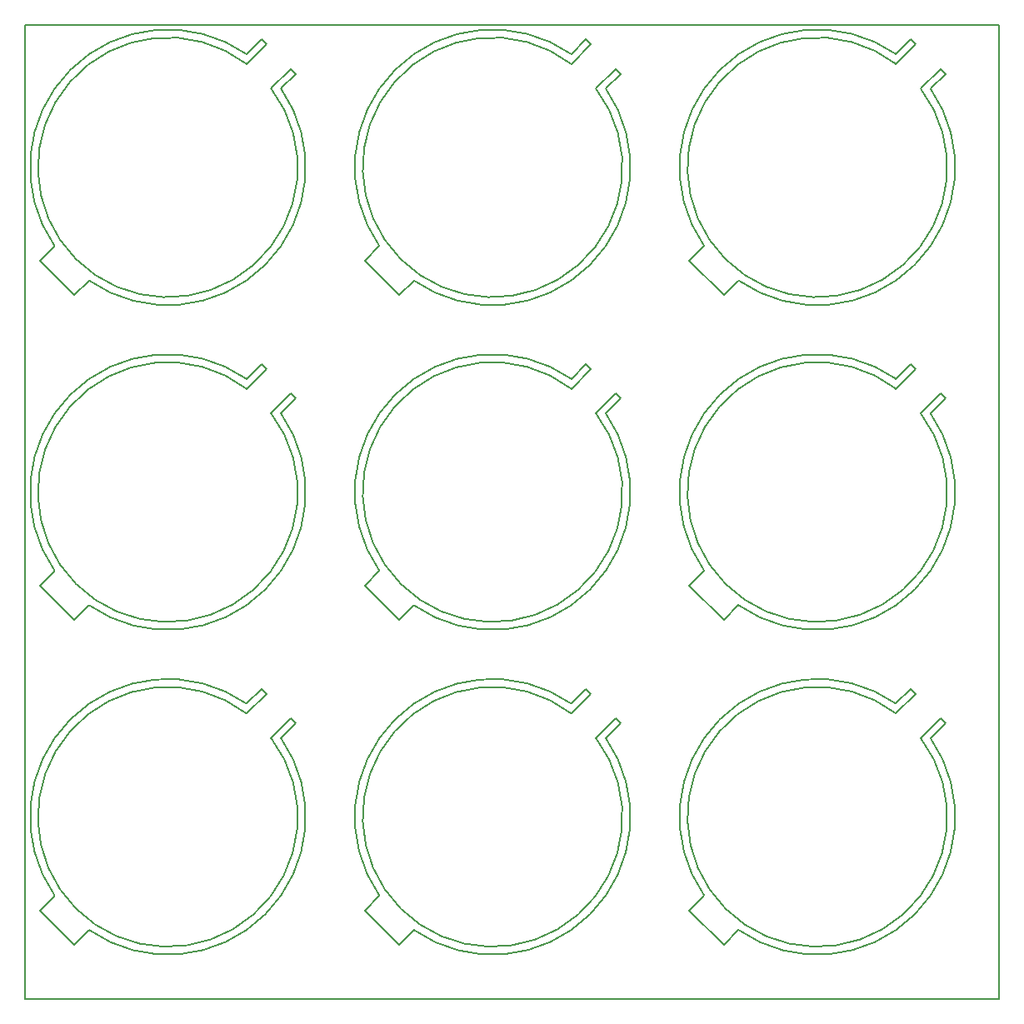
<source format=gbr>
G04 #@! TF.FileFunction,Profile,NP*
%FSLAX46Y46*%
G04 Gerber Fmt 4.6, Leading zero omitted, Abs format (unit mm)*
G04 Created by KiCad (PCBNEW 4.0.6) date 07/06/17 20:51:38*
%MOMM*%
%LPD*%
G01*
G04 APERTURE LIST*
%ADD10C,0.100000*%
%ADD11C,0.150000*%
G04 APERTURE END LIST*
D10*
D11*
X68000000Y-101500000D02*
X68500000Y-102000000D01*
X65000000Y-98500000D02*
X65500000Y-99000000D01*
X68500000Y-102000000D02*
X67000000Y-103500000D01*
X66000000Y-103500000D02*
X68000000Y-101500000D01*
X47500000Y-123000000D02*
G75*
G03X67000000Y-103500000I8000000J11500000D01*
G01*
X65500000Y-99000000D02*
X63500000Y-101000000D01*
X63500000Y-100000000D02*
X65000000Y-98500000D01*
X63500000Y-101000000D02*
G75*
G03X66000000Y-103500000I-8000000J-10500000D01*
G01*
X46000000Y-124500000D02*
X42500000Y-121000000D01*
X42500000Y-121000000D02*
X44000000Y-119500000D01*
X63500000Y-100000000D02*
G75*
G03X44000000Y-119500000I-8000000J-11500000D01*
G01*
X47500000Y-123000000D02*
X46000000Y-124500000D01*
X68000000Y-68500000D02*
X68500000Y-69000000D01*
X65000000Y-65500000D02*
X65500000Y-66000000D01*
X68500000Y-69000000D02*
X67000000Y-70500000D01*
X66000000Y-70500000D02*
X68000000Y-68500000D01*
X47500000Y-90000000D02*
G75*
G03X67000000Y-70500000I8000000J11500000D01*
G01*
X65500000Y-66000000D02*
X63500000Y-68000000D01*
X63500000Y-67000000D02*
X65000000Y-65500000D01*
X63500000Y-68000000D02*
G75*
G03X66000000Y-70500000I-8000000J-10500000D01*
G01*
X46000000Y-91500000D02*
X42500000Y-88000000D01*
X42500000Y-88000000D02*
X44000000Y-86500000D01*
X63500000Y-67000000D02*
G75*
G03X44000000Y-86500000I-8000000J-11500000D01*
G01*
X47500000Y-90000000D02*
X46000000Y-91500000D01*
X68000000Y-35500000D02*
X68500000Y-36000000D01*
X65000000Y-32500000D02*
X65500000Y-33000000D01*
X68500000Y-36000000D02*
X67000000Y-37500000D01*
X66000000Y-37500000D02*
X68000000Y-35500000D01*
X47500000Y-57000000D02*
G75*
G03X67000000Y-37500000I8000000J11500000D01*
G01*
X65500000Y-33000000D02*
X63500000Y-35000000D01*
X63500000Y-34000000D02*
X65000000Y-32500000D01*
X63500000Y-35000000D02*
G75*
G03X66000000Y-37500000I-8000000J-10500000D01*
G01*
X46000000Y-58500000D02*
X42500000Y-55000000D01*
X42500000Y-55000000D02*
X44000000Y-53500000D01*
X63500000Y-34000000D02*
G75*
G03X44000000Y-53500000I-8000000J-11500000D01*
G01*
X47500000Y-57000000D02*
X46000000Y-58500000D01*
X101000000Y-35500000D02*
X101500000Y-36000000D01*
X98000000Y-32500000D02*
X98500000Y-33000000D01*
X101500000Y-36000000D02*
X100000000Y-37500000D01*
X99000000Y-37500000D02*
X101000000Y-35500000D01*
X80500000Y-57000000D02*
G75*
G03X100000000Y-37500000I8000000J11500000D01*
G01*
X98500000Y-33000000D02*
X96500000Y-35000000D01*
X96500000Y-34000000D02*
X98000000Y-32500000D01*
X96500000Y-35000000D02*
G75*
G03X99000000Y-37500000I-8000000J-10500000D01*
G01*
X79000000Y-58500000D02*
X75500000Y-55000000D01*
X75500000Y-55000000D02*
X77000000Y-53500000D01*
X96500000Y-34000000D02*
G75*
G03X77000000Y-53500000I-8000000J-11500000D01*
G01*
X80500000Y-57000000D02*
X79000000Y-58500000D01*
X101000000Y-68500000D02*
X101500000Y-69000000D01*
X98000000Y-65500000D02*
X98500000Y-66000000D01*
X101500000Y-69000000D02*
X100000000Y-70500000D01*
X99000000Y-70500000D02*
X101000000Y-68500000D01*
X80500000Y-90000000D02*
G75*
G03X100000000Y-70500000I8000000J11500000D01*
G01*
X98500000Y-66000000D02*
X96500000Y-68000000D01*
X96500000Y-67000000D02*
X98000000Y-65500000D01*
X96500000Y-68000000D02*
G75*
G03X99000000Y-70500000I-8000000J-10500000D01*
G01*
X79000000Y-91500000D02*
X75500000Y-88000000D01*
X75500000Y-88000000D02*
X77000000Y-86500000D01*
X96500000Y-67000000D02*
G75*
G03X77000000Y-86500000I-8000000J-11500000D01*
G01*
X80500000Y-90000000D02*
X79000000Y-91500000D01*
X101000000Y-101500000D02*
X101500000Y-102000000D01*
X98000000Y-98500000D02*
X98500000Y-99000000D01*
X101500000Y-102000000D02*
X100000000Y-103500000D01*
X99000000Y-103500000D02*
X101000000Y-101500000D01*
X80500000Y-123000000D02*
G75*
G03X100000000Y-103500000I8000000J11500000D01*
G01*
X98500000Y-99000000D02*
X96500000Y-101000000D01*
X96500000Y-100000000D02*
X98000000Y-98500000D01*
X96500000Y-101000000D02*
G75*
G03X99000000Y-103500000I-8000000J-10500000D01*
G01*
X79000000Y-124500000D02*
X75500000Y-121000000D01*
X75500000Y-121000000D02*
X77000000Y-119500000D01*
X96500000Y-100000000D02*
G75*
G03X77000000Y-119500000I-8000000J-11500000D01*
G01*
X80500000Y-123000000D02*
X79000000Y-124500000D01*
X134000000Y-101500000D02*
X134500000Y-102000000D01*
X131000000Y-98500000D02*
X131500000Y-99000000D01*
X134500000Y-102000000D02*
X133000000Y-103500000D01*
X132000000Y-103500000D02*
X134000000Y-101500000D01*
X113500000Y-123000000D02*
G75*
G03X133000000Y-103500000I8000000J11500000D01*
G01*
X131500000Y-99000000D02*
X129500000Y-101000000D01*
X129500000Y-100000000D02*
X131000000Y-98500000D01*
X129500000Y-101000000D02*
G75*
G03X132000000Y-103500000I-8000000J-10500000D01*
G01*
X112000000Y-124500000D02*
X108500000Y-121000000D01*
X108500000Y-121000000D02*
X110000000Y-119500000D01*
X129500000Y-100000000D02*
G75*
G03X110000000Y-119500000I-8000000J-11500000D01*
G01*
X113500000Y-123000000D02*
X112000000Y-124500000D01*
X134000000Y-68500000D02*
X134500000Y-69000000D01*
X131000000Y-65500000D02*
X131500000Y-66000000D01*
X134500000Y-69000000D02*
X133000000Y-70500000D01*
X132000000Y-70500000D02*
X134000000Y-68500000D01*
X113500000Y-90000000D02*
G75*
G03X133000000Y-70500000I8000000J11500000D01*
G01*
X131500000Y-66000000D02*
X129500000Y-68000000D01*
X129500000Y-67000000D02*
X131000000Y-65500000D01*
X129500000Y-68000000D02*
G75*
G03X132000000Y-70500000I-8000000J-10500000D01*
G01*
X112000000Y-91500000D02*
X108500000Y-88000000D01*
X108500000Y-88000000D02*
X110000000Y-86500000D01*
X129500000Y-67000000D02*
G75*
G03X110000000Y-86500000I-8000000J-11500000D01*
G01*
X113500000Y-90000000D02*
X112000000Y-91500000D01*
X129500000Y-35000000D02*
G75*
G03X132000000Y-37500000I-8000000J-10500000D01*
G01*
X134500000Y-36000000D02*
X133000000Y-37500000D01*
X131000000Y-32500000D02*
X131500000Y-33000000D01*
X134000000Y-35500000D02*
X134500000Y-36000000D01*
X132000000Y-37500000D02*
X134000000Y-35500000D01*
X131500000Y-33000000D02*
X129500000Y-35000000D01*
X129500000Y-34000000D02*
X131000000Y-32500000D01*
X129500000Y-34000000D02*
G75*
G03X110000000Y-53500000I-8000000J-11500000D01*
G01*
X113500000Y-57000000D02*
G75*
G03X133000000Y-37500000I8000000J11500000D01*
G01*
X112000000Y-58500000D02*
X108500000Y-55000000D01*
X113500000Y-57000000D02*
X112000000Y-58500000D01*
X108500000Y-55000000D02*
X110000000Y-53500000D01*
X41000000Y-31000000D02*
X140000000Y-31000000D01*
X41000000Y-130000000D02*
X41000000Y-31000000D01*
X41000000Y-130000000D02*
X140000000Y-130000000D01*
X140000000Y-130000000D02*
X140000000Y-31000000D01*
M02*

</source>
